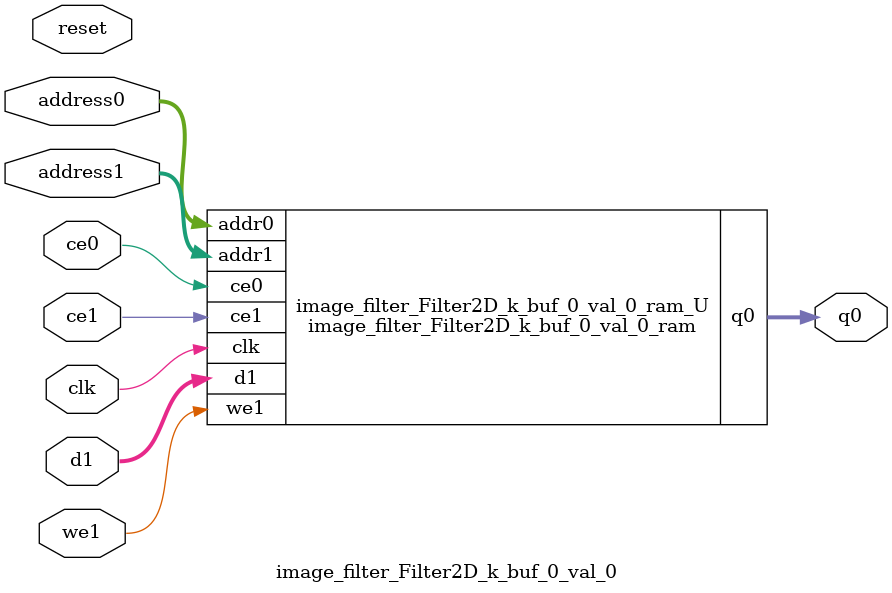
<source format=v>

`timescale 1 ns / 1 ps
module image_filter_Filter2D_k_buf_0_val_0_ram (addr0, ce0, q0, addr1, ce1, d1, we1,  clk);

parameter DWIDTH = 8;
parameter AWIDTH = 11;
parameter MEM_SIZE = 1920;

input[AWIDTH-1:0] addr0;
input ce0;
output reg[DWIDTH-1:0] q0;
input[AWIDTH-1:0] addr1;
input ce1;
input[DWIDTH-1:0] d1;
input we1;
input clk;

(* ram_style = "block" *)reg [DWIDTH-1:0] ram[MEM_SIZE-1:0];




always @(posedge clk)  
begin 
    if (ce0) 
    begin
            q0 <= ram[addr0];
    end
end


always @(posedge clk)  
begin 
    if (ce1) 
    begin
        if (we1) 
        begin 
            ram[addr1] <= d1; 
        end 
    end
end


endmodule


`timescale 1 ns / 1 ps
module image_filter_Filter2D_k_buf_0_val_0(
    reset,
    clk,
    address0,
    ce0,
    q0,
    address1,
    ce1,
    we1,
    d1);

parameter DataWidth = 32'd8;
parameter AddressRange = 32'd1920;
parameter AddressWidth = 32'd11;
input reset;
input clk;
input[AddressWidth - 1:0] address0;
input ce0;
output[DataWidth - 1:0] q0;
input[AddressWidth - 1:0] address1;
input ce1;
input we1;
input[DataWidth - 1:0] d1;



image_filter_Filter2D_k_buf_0_val_0_ram image_filter_Filter2D_k_buf_0_val_0_ram_U(
    .clk( clk ),
    .addr0( address0 ),
    .ce0( ce0 ),
    .q0( q0 ),
    .addr1( address1 ),
    .ce1( ce1 ),
    .d1( d1 ),
    .we1( we1 ));

endmodule


</source>
